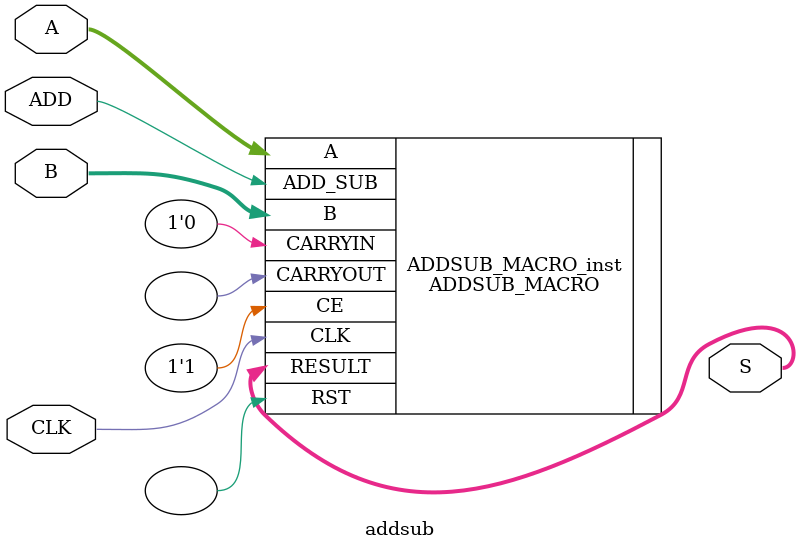
<source format=sv>
/*
 * File: addsub.sv
 * Project: common
 * Created Date: 04/01/2022
 * Author: Shun Suzuki
 * -----
 * Last Modified: 28/07/2022
 * Modified By: Shun Suzuki (suzuki@hapis.k.u-tokyo.ac.jp)
 * -----
 * Copyright (c) 2022 Shun Suzuki. All rights reserved.
 * 
 */

`timescale 1ns / 1ps
module addsub #(
    parameter int WIDTH = 16
) (
    input var CLK,
    input var [WIDTH-1:0] A,
    input var [WIDTH-1:0] B,
    input var ADD,
    output var [WIDTH-1:0] S
);

  ADDSUB_MACRO #(
      .DEVICE ("7SERIES"),
      .LATENCY(2),
      .WIDTH  (WIDTH)
  ) ADDSUB_MACRO_inst (
      .CARRYOUT(),
      .RESULT(S),
      .A(A),
      .ADD_SUB(ADD),
      .B(B),
      .CARRYIN(1'b0),
      .CE(1'b1),
      .CLK(CLK),
      .RST()
  );

endmodule

</source>
